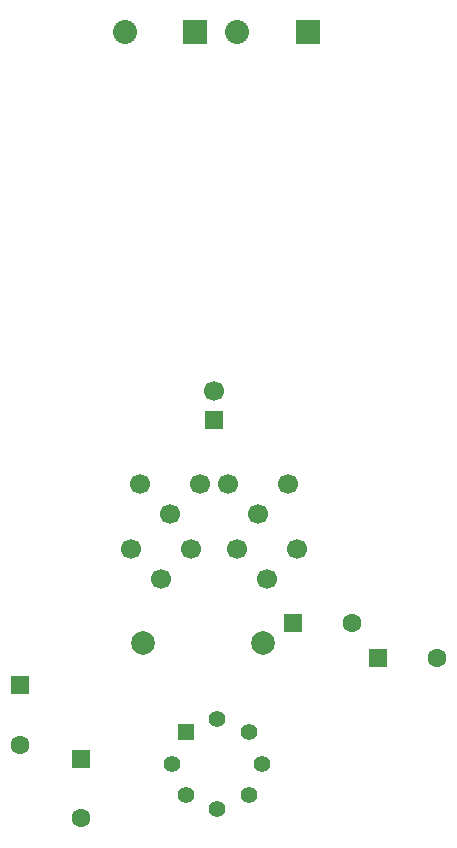
<source format=gbs>
G04 #@! TF.FileFunction,Soldermask,Bot*
%FSLAX46Y46*%
G04 Gerber Fmt 4.6, Leading zero omitted, Abs format (unit mm)*
G04 Created by KiCad (PCBNEW (2015-11-24 BZR 6329)-product) date Sat 12 Dec 2015 04:54:09 PM EST*
%MOMM*%
G01*
G04 APERTURE LIST*
%ADD10C,0.100000*%
%ADD11R,2.032000X2.032000*%
%ADD12O,2.032000X2.032000*%
%ADD13R,1.600000X1.600000*%
%ADD14C,1.600000*%
%ADD15C,1.700000*%
%ADD16C,1.998980*%
%ADD17R,1.397000X1.397000*%
%ADD18C,1.397000*%
G04 APERTURE END LIST*
D10*
D11*
X113500000Y-48000000D03*
D12*
X107500000Y-48000000D03*
D11*
X123000000Y-48000000D03*
D12*
X117000000Y-48000000D03*
D13*
X128970000Y-100980000D03*
D14*
X133970000Y-100980000D03*
D13*
X121760000Y-98070000D03*
D14*
X126760000Y-98070000D03*
D13*
X103790000Y-109570000D03*
D14*
X103790000Y-114570000D03*
D13*
X98680000Y-103320000D03*
D14*
X98680000Y-108320000D03*
D13*
X115090000Y-80870000D03*
D15*
X115090000Y-78370000D03*
D16*
X119182500Y-99707500D03*
X109022500Y-99707500D03*
D17*
X112685500Y-107290500D03*
D18*
X111542500Y-109957500D03*
X112685500Y-112624500D03*
X115352500Y-113767500D03*
X118019500Y-112624500D03*
X119162500Y-109957500D03*
X118019500Y-107290500D03*
X115352500Y-106147500D03*
D15*
X119562500Y-94322500D03*
X117022500Y-91782500D03*
X122102500Y-91782500D03*
X110562500Y-94322500D03*
X108022500Y-91782500D03*
X113102500Y-91782500D03*
X118812500Y-88822500D03*
X116272500Y-86282500D03*
X121352500Y-86282500D03*
X111312500Y-88822500D03*
X108772500Y-86282500D03*
X113852500Y-86282500D03*
M02*

</source>
